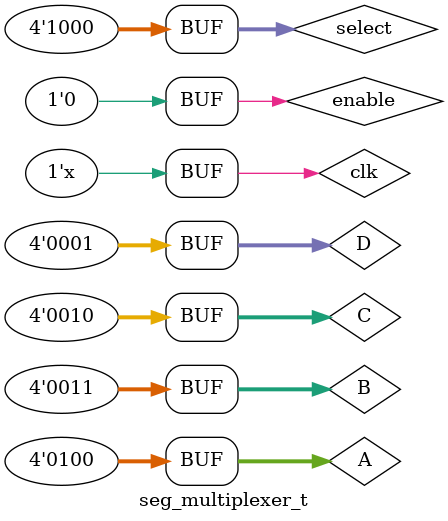
<source format=v>
`timescale 1ns / 1ps
module seg_multiplexer_t;

    reg     clk;
    reg     enable;
    
    reg     [3:0]A;
    reg     [3:0]B;
    reg     [3:0]C;
    reg     [3:0]D;
    
    reg     [3:0]select;
    
    wire    [3:0]digit;
    
    seg_multiplexer uut(
        .digit(digit),
        .clk(clk),
        .enable(enable),
        .A(A),
        .B(B),
        .C(C),
        .D(D),
        .select(select)
    );
    
    always #50 begin
        clk = ~clk;
    end
    
    initial begin
    
        clk = 1;
        enable = 1;

        A = 8'h4;    // 4
        B = 8'h3;    // 3
        C = 8'h2;    // 2
        D = 8'h1;    // 1
        
        select = 4'h1;

        #101;
        select = 4'h2; #200;
        select = 4'h4; #200;
        select = 4'h8; #200;
        enable = 0; #200;
        
    end

endmodule

</source>
